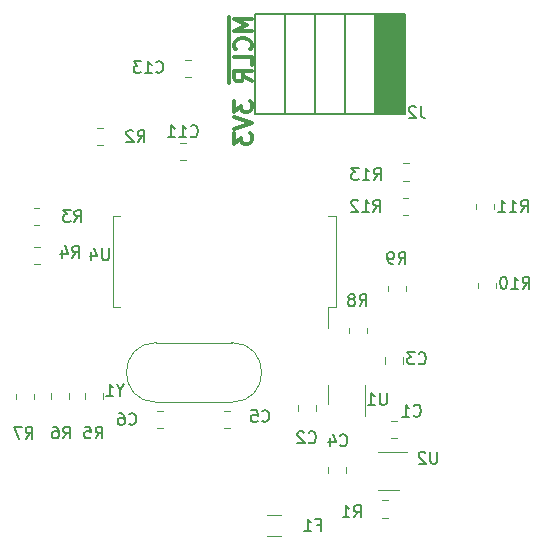
<source format=gbr>
%TF.GenerationSoftware,KiCad,Pcbnew,7.0.8*%
%TF.CreationDate,2024-04-09T20:43:08-04:00*%
%TF.ProjectId,vibBoard,76696242-6f61-4726-942e-6b696361645f,rev?*%
%TF.SameCoordinates,Original*%
%TF.FileFunction,Legend,Bot*%
%TF.FilePolarity,Positive*%
%FSLAX46Y46*%
G04 Gerber Fmt 4.6, Leading zero omitted, Abs format (unit mm)*
G04 Created by KiCad (PCBNEW 7.0.8) date 2024-04-09 20:43:08*
%MOMM*%
%LPD*%
G01*
G04 APERTURE LIST*
%ADD10C,0.300000*%
%ADD11C,0.150000*%
%ADD12C,0.120000*%
G04 APERTURE END LIST*
D10*
X150270428Y-93264510D02*
X148770428Y-93264510D01*
X148770428Y-93264510D02*
X149841857Y-93764510D01*
X149841857Y-93764510D02*
X148770428Y-94264510D01*
X148770428Y-94264510D02*
X150270428Y-94264510D01*
X150127571Y-95835939D02*
X150199000Y-95764511D01*
X150199000Y-95764511D02*
X150270428Y-95550225D01*
X150270428Y-95550225D02*
X150270428Y-95407368D01*
X150270428Y-95407368D02*
X150199000Y-95193082D01*
X150199000Y-95193082D02*
X150056142Y-95050225D01*
X150056142Y-95050225D02*
X149913285Y-94978796D01*
X149913285Y-94978796D02*
X149627571Y-94907368D01*
X149627571Y-94907368D02*
X149413285Y-94907368D01*
X149413285Y-94907368D02*
X149127571Y-94978796D01*
X149127571Y-94978796D02*
X148984714Y-95050225D01*
X148984714Y-95050225D02*
X148841857Y-95193082D01*
X148841857Y-95193082D02*
X148770428Y-95407368D01*
X148770428Y-95407368D02*
X148770428Y-95550225D01*
X148770428Y-95550225D02*
X148841857Y-95764511D01*
X148841857Y-95764511D02*
X148913285Y-95835939D01*
X150270428Y-97193082D02*
X150270428Y-96478796D01*
X150270428Y-96478796D02*
X148770428Y-96478796D01*
X150270428Y-98550225D02*
X149556142Y-98050225D01*
X150270428Y-97693082D02*
X148770428Y-97693082D01*
X148770428Y-97693082D02*
X148770428Y-98264511D01*
X148770428Y-98264511D02*
X148841857Y-98407368D01*
X148841857Y-98407368D02*
X148913285Y-98478797D01*
X148913285Y-98478797D02*
X149056142Y-98550225D01*
X149056142Y-98550225D02*
X149270428Y-98550225D01*
X149270428Y-98550225D02*
X149413285Y-98478797D01*
X149413285Y-98478797D02*
X149484714Y-98407368D01*
X149484714Y-98407368D02*
X149556142Y-98264511D01*
X149556142Y-98264511D02*
X149556142Y-97693082D01*
X148354000Y-93057368D02*
X148354000Y-98685940D01*
X148770428Y-100193082D02*
X148770428Y-101121654D01*
X148770428Y-101121654D02*
X149341857Y-100621654D01*
X149341857Y-100621654D02*
X149341857Y-100835939D01*
X149341857Y-100835939D02*
X149413285Y-100978797D01*
X149413285Y-100978797D02*
X149484714Y-101050225D01*
X149484714Y-101050225D02*
X149627571Y-101121654D01*
X149627571Y-101121654D02*
X149984714Y-101121654D01*
X149984714Y-101121654D02*
X150127571Y-101050225D01*
X150127571Y-101050225D02*
X150199000Y-100978797D01*
X150199000Y-100978797D02*
X150270428Y-100835939D01*
X150270428Y-100835939D02*
X150270428Y-100407368D01*
X150270428Y-100407368D02*
X150199000Y-100264511D01*
X150199000Y-100264511D02*
X150127571Y-100193082D01*
X148770428Y-101550225D02*
X150270428Y-102050225D01*
X150270428Y-102050225D02*
X148770428Y-102550225D01*
X148770428Y-102907367D02*
X148770428Y-103835939D01*
X148770428Y-103835939D02*
X149341857Y-103335939D01*
X149341857Y-103335939D02*
X149341857Y-103550224D01*
X149341857Y-103550224D02*
X149413285Y-103693082D01*
X149413285Y-103693082D02*
X149484714Y-103764510D01*
X149484714Y-103764510D02*
X149627571Y-103835939D01*
X149627571Y-103835939D02*
X149984714Y-103835939D01*
X149984714Y-103835939D02*
X150127571Y-103764510D01*
X150127571Y-103764510D02*
X150199000Y-103693082D01*
X150199000Y-103693082D02*
X150270428Y-103550224D01*
X150270428Y-103550224D02*
X150270428Y-103121653D01*
X150270428Y-103121653D02*
X150199000Y-102978796D01*
X150199000Y-102978796D02*
X150127571Y-102907367D01*
D11*
X164403066Y-122406580D02*
X164450685Y-122454200D01*
X164450685Y-122454200D02*
X164593542Y-122501819D01*
X164593542Y-122501819D02*
X164688780Y-122501819D01*
X164688780Y-122501819D02*
X164831637Y-122454200D01*
X164831637Y-122454200D02*
X164926875Y-122358961D01*
X164926875Y-122358961D02*
X164974494Y-122263723D01*
X164974494Y-122263723D02*
X165022113Y-122073247D01*
X165022113Y-122073247D02*
X165022113Y-121930390D01*
X165022113Y-121930390D02*
X164974494Y-121739914D01*
X164974494Y-121739914D02*
X164926875Y-121644676D01*
X164926875Y-121644676D02*
X164831637Y-121549438D01*
X164831637Y-121549438D02*
X164688780Y-121501819D01*
X164688780Y-121501819D02*
X164593542Y-121501819D01*
X164593542Y-121501819D02*
X164450685Y-121549438D01*
X164450685Y-121549438D02*
X164403066Y-121597057D01*
X164069732Y-121501819D02*
X163450685Y-121501819D01*
X163450685Y-121501819D02*
X163784018Y-121882771D01*
X163784018Y-121882771D02*
X163641161Y-121882771D01*
X163641161Y-121882771D02*
X163545923Y-121930390D01*
X163545923Y-121930390D02*
X163498304Y-121978009D01*
X163498304Y-121978009D02*
X163450685Y-122073247D01*
X163450685Y-122073247D02*
X163450685Y-122311342D01*
X163450685Y-122311342D02*
X163498304Y-122406580D01*
X163498304Y-122406580D02*
X163545923Y-122454200D01*
X163545923Y-122454200D02*
X163641161Y-122501819D01*
X163641161Y-122501819D02*
X163926875Y-122501819D01*
X163926875Y-122501819D02*
X164022113Y-122454200D01*
X164022113Y-122454200D02*
X164069732Y-122406580D01*
X135262666Y-110436819D02*
X135595999Y-109960628D01*
X135834094Y-110436819D02*
X135834094Y-109436819D01*
X135834094Y-109436819D02*
X135453142Y-109436819D01*
X135453142Y-109436819D02*
X135357904Y-109484438D01*
X135357904Y-109484438D02*
X135310285Y-109532057D01*
X135310285Y-109532057D02*
X135262666Y-109627295D01*
X135262666Y-109627295D02*
X135262666Y-109770152D01*
X135262666Y-109770152D02*
X135310285Y-109865390D01*
X135310285Y-109865390D02*
X135357904Y-109913009D01*
X135357904Y-109913009D02*
X135453142Y-109960628D01*
X135453142Y-109960628D02*
X135834094Y-109960628D01*
X134929332Y-109436819D02*
X134310285Y-109436819D01*
X134310285Y-109436819D02*
X134643618Y-109817771D01*
X134643618Y-109817771D02*
X134500761Y-109817771D01*
X134500761Y-109817771D02*
X134405523Y-109865390D01*
X134405523Y-109865390D02*
X134357904Y-109913009D01*
X134357904Y-109913009D02*
X134310285Y-110008247D01*
X134310285Y-110008247D02*
X134310285Y-110246342D01*
X134310285Y-110246342D02*
X134357904Y-110341580D01*
X134357904Y-110341580D02*
X134405523Y-110389200D01*
X134405523Y-110389200D02*
X134500761Y-110436819D01*
X134500761Y-110436819D02*
X134786475Y-110436819D01*
X134786475Y-110436819D02*
X134881713Y-110389200D01*
X134881713Y-110389200D02*
X134929332Y-110341580D01*
X173058057Y-109598619D02*
X173391390Y-109122428D01*
X173629485Y-109598619D02*
X173629485Y-108598619D01*
X173629485Y-108598619D02*
X173248533Y-108598619D01*
X173248533Y-108598619D02*
X173153295Y-108646238D01*
X173153295Y-108646238D02*
X173105676Y-108693857D01*
X173105676Y-108693857D02*
X173058057Y-108789095D01*
X173058057Y-108789095D02*
X173058057Y-108931952D01*
X173058057Y-108931952D02*
X173105676Y-109027190D01*
X173105676Y-109027190D02*
X173153295Y-109074809D01*
X173153295Y-109074809D02*
X173248533Y-109122428D01*
X173248533Y-109122428D02*
X173629485Y-109122428D01*
X172105676Y-109598619D02*
X172677104Y-109598619D01*
X172391390Y-109598619D02*
X172391390Y-108598619D01*
X172391390Y-108598619D02*
X172486628Y-108741476D01*
X172486628Y-108741476D02*
X172581866Y-108836714D01*
X172581866Y-108836714D02*
X172677104Y-108884333D01*
X171153295Y-109598619D02*
X171724723Y-109598619D01*
X171439009Y-109598619D02*
X171439009Y-108598619D01*
X171439009Y-108598619D02*
X171534247Y-108741476D01*
X171534247Y-108741476D02*
X171629485Y-108836714D01*
X171629485Y-108836714D02*
X171724723Y-108884333D01*
X173210457Y-116101019D02*
X173543790Y-115624828D01*
X173781885Y-116101019D02*
X173781885Y-115101019D01*
X173781885Y-115101019D02*
X173400933Y-115101019D01*
X173400933Y-115101019D02*
X173305695Y-115148638D01*
X173305695Y-115148638D02*
X173258076Y-115196257D01*
X173258076Y-115196257D02*
X173210457Y-115291495D01*
X173210457Y-115291495D02*
X173210457Y-115434352D01*
X173210457Y-115434352D02*
X173258076Y-115529590D01*
X173258076Y-115529590D02*
X173305695Y-115577209D01*
X173305695Y-115577209D02*
X173400933Y-115624828D01*
X173400933Y-115624828D02*
X173781885Y-115624828D01*
X172258076Y-116101019D02*
X172829504Y-116101019D01*
X172543790Y-116101019D02*
X172543790Y-115101019D01*
X172543790Y-115101019D02*
X172639028Y-115243876D01*
X172639028Y-115243876D02*
X172734266Y-115339114D01*
X172734266Y-115339114D02*
X172829504Y-115386733D01*
X171639028Y-115101019D02*
X171543790Y-115101019D01*
X171543790Y-115101019D02*
X171448552Y-115148638D01*
X171448552Y-115148638D02*
X171400933Y-115196257D01*
X171400933Y-115196257D02*
X171353314Y-115291495D01*
X171353314Y-115291495D02*
X171305695Y-115481971D01*
X171305695Y-115481971D02*
X171305695Y-115720066D01*
X171305695Y-115720066D02*
X171353314Y-115910542D01*
X171353314Y-115910542D02*
X171400933Y-116005780D01*
X171400933Y-116005780D02*
X171448552Y-116053400D01*
X171448552Y-116053400D02*
X171543790Y-116101019D01*
X171543790Y-116101019D02*
X171639028Y-116101019D01*
X171639028Y-116101019D02*
X171734266Y-116053400D01*
X171734266Y-116053400D02*
X171781885Y-116005780D01*
X171781885Y-116005780D02*
X171829504Y-115910542D01*
X171829504Y-115910542D02*
X171877123Y-115720066D01*
X171877123Y-115720066D02*
X171877123Y-115481971D01*
X171877123Y-115481971D02*
X171829504Y-115291495D01*
X171829504Y-115291495D02*
X171781885Y-115196257D01*
X171781885Y-115196257D02*
X171734266Y-115148638D01*
X171734266Y-115148638D02*
X171639028Y-115101019D01*
X134304066Y-128775619D02*
X134637399Y-128299428D01*
X134875494Y-128775619D02*
X134875494Y-127775619D01*
X134875494Y-127775619D02*
X134494542Y-127775619D01*
X134494542Y-127775619D02*
X134399304Y-127823238D01*
X134399304Y-127823238D02*
X134351685Y-127870857D01*
X134351685Y-127870857D02*
X134304066Y-127966095D01*
X134304066Y-127966095D02*
X134304066Y-128108952D01*
X134304066Y-128108952D02*
X134351685Y-128204190D01*
X134351685Y-128204190D02*
X134399304Y-128251809D01*
X134399304Y-128251809D02*
X134494542Y-128299428D01*
X134494542Y-128299428D02*
X134875494Y-128299428D01*
X133446923Y-127775619D02*
X133637399Y-127775619D01*
X133637399Y-127775619D02*
X133732637Y-127823238D01*
X133732637Y-127823238D02*
X133780256Y-127870857D01*
X133780256Y-127870857D02*
X133875494Y-128013714D01*
X133875494Y-128013714D02*
X133923113Y-128204190D01*
X133923113Y-128204190D02*
X133923113Y-128585142D01*
X133923113Y-128585142D02*
X133875494Y-128680380D01*
X133875494Y-128680380D02*
X133827875Y-128728000D01*
X133827875Y-128728000D02*
X133732637Y-128775619D01*
X133732637Y-128775619D02*
X133542161Y-128775619D01*
X133542161Y-128775619D02*
X133446923Y-128728000D01*
X133446923Y-128728000D02*
X133399304Y-128680380D01*
X133399304Y-128680380D02*
X133351685Y-128585142D01*
X133351685Y-128585142D02*
X133351685Y-128347047D01*
X133351685Y-128347047D02*
X133399304Y-128251809D01*
X133399304Y-128251809D02*
X133446923Y-128204190D01*
X133446923Y-128204190D02*
X133542161Y-128156571D01*
X133542161Y-128156571D02*
X133732637Y-128156571D01*
X133732637Y-128156571D02*
X133827875Y-128204190D01*
X133827875Y-128204190D02*
X133875494Y-128251809D01*
X133875494Y-128251809D02*
X133923113Y-128347047D01*
X139888166Y-127537380D02*
X139935785Y-127585000D01*
X139935785Y-127585000D02*
X140078642Y-127632619D01*
X140078642Y-127632619D02*
X140173880Y-127632619D01*
X140173880Y-127632619D02*
X140316737Y-127585000D01*
X140316737Y-127585000D02*
X140411975Y-127489761D01*
X140411975Y-127489761D02*
X140459594Y-127394523D01*
X140459594Y-127394523D02*
X140507213Y-127204047D01*
X140507213Y-127204047D02*
X140507213Y-127061190D01*
X140507213Y-127061190D02*
X140459594Y-126870714D01*
X140459594Y-126870714D02*
X140411975Y-126775476D01*
X140411975Y-126775476D02*
X140316737Y-126680238D01*
X140316737Y-126680238D02*
X140173880Y-126632619D01*
X140173880Y-126632619D02*
X140078642Y-126632619D01*
X140078642Y-126632619D02*
X139935785Y-126680238D01*
X139935785Y-126680238D02*
X139888166Y-126727857D01*
X139031023Y-126632619D02*
X139221499Y-126632619D01*
X139221499Y-126632619D02*
X139316737Y-126680238D01*
X139316737Y-126680238D02*
X139364356Y-126727857D01*
X139364356Y-126727857D02*
X139459594Y-126870714D01*
X139459594Y-126870714D02*
X139507213Y-127061190D01*
X139507213Y-127061190D02*
X139507213Y-127442142D01*
X139507213Y-127442142D02*
X139459594Y-127537380D01*
X139459594Y-127537380D02*
X139411975Y-127585000D01*
X139411975Y-127585000D02*
X139316737Y-127632619D01*
X139316737Y-127632619D02*
X139126261Y-127632619D01*
X139126261Y-127632619D02*
X139031023Y-127585000D01*
X139031023Y-127585000D02*
X138983404Y-127537380D01*
X138983404Y-127537380D02*
X138935785Y-127442142D01*
X138935785Y-127442142D02*
X138935785Y-127204047D01*
X138935785Y-127204047D02*
X138983404Y-127108809D01*
X138983404Y-127108809D02*
X139031023Y-127061190D01*
X139031023Y-127061190D02*
X139126261Y-127013571D01*
X139126261Y-127013571D02*
X139316737Y-127013571D01*
X139316737Y-127013571D02*
X139411975Y-127061190D01*
X139411975Y-127061190D02*
X139459594Y-127108809D01*
X139459594Y-127108809D02*
X139507213Y-127204047D01*
X155081266Y-129086780D02*
X155128885Y-129134400D01*
X155128885Y-129134400D02*
X155271742Y-129182019D01*
X155271742Y-129182019D02*
X155366980Y-129182019D01*
X155366980Y-129182019D02*
X155509837Y-129134400D01*
X155509837Y-129134400D02*
X155605075Y-129039161D01*
X155605075Y-129039161D02*
X155652694Y-128943923D01*
X155652694Y-128943923D02*
X155700313Y-128753447D01*
X155700313Y-128753447D02*
X155700313Y-128610590D01*
X155700313Y-128610590D02*
X155652694Y-128420114D01*
X155652694Y-128420114D02*
X155605075Y-128324876D01*
X155605075Y-128324876D02*
X155509837Y-128229638D01*
X155509837Y-128229638D02*
X155366980Y-128182019D01*
X155366980Y-128182019D02*
X155271742Y-128182019D01*
X155271742Y-128182019D02*
X155128885Y-128229638D01*
X155128885Y-128229638D02*
X155081266Y-128277257D01*
X154700313Y-128277257D02*
X154652694Y-128229638D01*
X154652694Y-128229638D02*
X154557456Y-128182019D01*
X154557456Y-128182019D02*
X154319361Y-128182019D01*
X154319361Y-128182019D02*
X154224123Y-128229638D01*
X154224123Y-128229638D02*
X154176504Y-128277257D01*
X154176504Y-128277257D02*
X154128885Y-128372495D01*
X154128885Y-128372495D02*
X154128885Y-128467733D01*
X154128885Y-128467733D02*
X154176504Y-128610590D01*
X154176504Y-128610590D02*
X154747932Y-129182019D01*
X154747932Y-129182019D02*
X154128885Y-129182019D01*
X142167757Y-97743180D02*
X142215376Y-97790800D01*
X142215376Y-97790800D02*
X142358233Y-97838419D01*
X142358233Y-97838419D02*
X142453471Y-97838419D01*
X142453471Y-97838419D02*
X142596328Y-97790800D01*
X142596328Y-97790800D02*
X142691566Y-97695561D01*
X142691566Y-97695561D02*
X142739185Y-97600323D01*
X142739185Y-97600323D02*
X142786804Y-97409847D01*
X142786804Y-97409847D02*
X142786804Y-97266990D01*
X142786804Y-97266990D02*
X142739185Y-97076514D01*
X142739185Y-97076514D02*
X142691566Y-96981276D01*
X142691566Y-96981276D02*
X142596328Y-96886038D01*
X142596328Y-96886038D02*
X142453471Y-96838419D01*
X142453471Y-96838419D02*
X142358233Y-96838419D01*
X142358233Y-96838419D02*
X142215376Y-96886038D01*
X142215376Y-96886038D02*
X142167757Y-96933657D01*
X141215376Y-97838419D02*
X141786804Y-97838419D01*
X141501090Y-97838419D02*
X141501090Y-96838419D01*
X141501090Y-96838419D02*
X141596328Y-96981276D01*
X141596328Y-96981276D02*
X141691566Y-97076514D01*
X141691566Y-97076514D02*
X141786804Y-97124133D01*
X140882042Y-96838419D02*
X140262995Y-96838419D01*
X140262995Y-96838419D02*
X140596328Y-97219371D01*
X140596328Y-97219371D02*
X140453471Y-97219371D01*
X140453471Y-97219371D02*
X140358233Y-97266990D01*
X140358233Y-97266990D02*
X140310614Y-97314609D01*
X140310614Y-97314609D02*
X140262995Y-97409847D01*
X140262995Y-97409847D02*
X140262995Y-97647942D01*
X140262995Y-97647942D02*
X140310614Y-97743180D01*
X140310614Y-97743180D02*
X140358233Y-97790800D01*
X140358233Y-97790800D02*
X140453471Y-97838419D01*
X140453471Y-97838419D02*
X140739185Y-97838419D01*
X140739185Y-97838419D02*
X140834423Y-97790800D01*
X140834423Y-97790800D02*
X140882042Y-97743180D01*
X159399266Y-117574219D02*
X159732599Y-117098028D01*
X159970694Y-117574219D02*
X159970694Y-116574219D01*
X159970694Y-116574219D02*
X159589742Y-116574219D01*
X159589742Y-116574219D02*
X159494504Y-116621838D01*
X159494504Y-116621838D02*
X159446885Y-116669457D01*
X159446885Y-116669457D02*
X159399266Y-116764695D01*
X159399266Y-116764695D02*
X159399266Y-116907552D01*
X159399266Y-116907552D02*
X159446885Y-117002790D01*
X159446885Y-117002790D02*
X159494504Y-117050409D01*
X159494504Y-117050409D02*
X159589742Y-117098028D01*
X159589742Y-117098028D02*
X159970694Y-117098028D01*
X158827837Y-117002790D02*
X158923075Y-116955171D01*
X158923075Y-116955171D02*
X158970694Y-116907552D01*
X158970694Y-116907552D02*
X159018313Y-116812314D01*
X159018313Y-116812314D02*
X159018313Y-116764695D01*
X159018313Y-116764695D02*
X158970694Y-116669457D01*
X158970694Y-116669457D02*
X158923075Y-116621838D01*
X158923075Y-116621838D02*
X158827837Y-116574219D01*
X158827837Y-116574219D02*
X158637361Y-116574219D01*
X158637361Y-116574219D02*
X158542123Y-116621838D01*
X158542123Y-116621838D02*
X158494504Y-116669457D01*
X158494504Y-116669457D02*
X158446885Y-116764695D01*
X158446885Y-116764695D02*
X158446885Y-116812314D01*
X158446885Y-116812314D02*
X158494504Y-116907552D01*
X158494504Y-116907552D02*
X158542123Y-116955171D01*
X158542123Y-116955171D02*
X158637361Y-117002790D01*
X158637361Y-117002790D02*
X158827837Y-117002790D01*
X158827837Y-117002790D02*
X158923075Y-117050409D01*
X158923075Y-117050409D02*
X158970694Y-117098028D01*
X158970694Y-117098028D02*
X159018313Y-117193266D01*
X159018313Y-117193266D02*
X159018313Y-117383742D01*
X159018313Y-117383742D02*
X158970694Y-117478980D01*
X158970694Y-117478980D02*
X158923075Y-117526600D01*
X158923075Y-117526600D02*
X158827837Y-117574219D01*
X158827837Y-117574219D02*
X158637361Y-117574219D01*
X158637361Y-117574219D02*
X158542123Y-117526600D01*
X158542123Y-117526600D02*
X158494504Y-117478980D01*
X158494504Y-117478980D02*
X158446885Y-117383742D01*
X158446885Y-117383742D02*
X158446885Y-117193266D01*
X158446885Y-117193266D02*
X158494504Y-117098028D01*
X158494504Y-117098028D02*
X158542123Y-117050409D01*
X158542123Y-117050409D02*
X158637361Y-117002790D01*
X137047266Y-128775619D02*
X137380599Y-128299428D01*
X137618694Y-128775619D02*
X137618694Y-127775619D01*
X137618694Y-127775619D02*
X137237742Y-127775619D01*
X137237742Y-127775619D02*
X137142504Y-127823238D01*
X137142504Y-127823238D02*
X137094885Y-127870857D01*
X137094885Y-127870857D02*
X137047266Y-127966095D01*
X137047266Y-127966095D02*
X137047266Y-128108952D01*
X137047266Y-128108952D02*
X137094885Y-128204190D01*
X137094885Y-128204190D02*
X137142504Y-128251809D01*
X137142504Y-128251809D02*
X137237742Y-128299428D01*
X137237742Y-128299428D02*
X137618694Y-128299428D01*
X136142504Y-127775619D02*
X136618694Y-127775619D01*
X136618694Y-127775619D02*
X136666313Y-128251809D01*
X136666313Y-128251809D02*
X136618694Y-128204190D01*
X136618694Y-128204190D02*
X136523456Y-128156571D01*
X136523456Y-128156571D02*
X136285361Y-128156571D01*
X136285361Y-128156571D02*
X136190123Y-128204190D01*
X136190123Y-128204190D02*
X136142504Y-128251809D01*
X136142504Y-128251809D02*
X136094885Y-128347047D01*
X136094885Y-128347047D02*
X136094885Y-128585142D01*
X136094885Y-128585142D02*
X136142504Y-128680380D01*
X136142504Y-128680380D02*
X136190123Y-128728000D01*
X136190123Y-128728000D02*
X136285361Y-128775619D01*
X136285361Y-128775619D02*
X136523456Y-128775619D01*
X136523456Y-128775619D02*
X136618694Y-128728000D01*
X136618694Y-128728000D02*
X136666313Y-128680380D01*
X162701266Y-113992819D02*
X163034599Y-113516628D01*
X163272694Y-113992819D02*
X163272694Y-112992819D01*
X163272694Y-112992819D02*
X162891742Y-112992819D01*
X162891742Y-112992819D02*
X162796504Y-113040438D01*
X162796504Y-113040438D02*
X162748885Y-113088057D01*
X162748885Y-113088057D02*
X162701266Y-113183295D01*
X162701266Y-113183295D02*
X162701266Y-113326152D01*
X162701266Y-113326152D02*
X162748885Y-113421390D01*
X162748885Y-113421390D02*
X162796504Y-113469009D01*
X162796504Y-113469009D02*
X162891742Y-113516628D01*
X162891742Y-113516628D02*
X163272694Y-113516628D01*
X162225075Y-113992819D02*
X162034599Y-113992819D01*
X162034599Y-113992819D02*
X161939361Y-113945200D01*
X161939361Y-113945200D02*
X161891742Y-113897580D01*
X161891742Y-113897580D02*
X161796504Y-113754723D01*
X161796504Y-113754723D02*
X161748885Y-113564247D01*
X161748885Y-113564247D02*
X161748885Y-113183295D01*
X161748885Y-113183295D02*
X161796504Y-113088057D01*
X161796504Y-113088057D02*
X161844123Y-113040438D01*
X161844123Y-113040438D02*
X161939361Y-112992819D01*
X161939361Y-112992819D02*
X162129837Y-112992819D01*
X162129837Y-112992819D02*
X162225075Y-113040438D01*
X162225075Y-113040438D02*
X162272694Y-113088057D01*
X162272694Y-113088057D02*
X162320313Y-113183295D01*
X162320313Y-113183295D02*
X162320313Y-113421390D01*
X162320313Y-113421390D02*
X162272694Y-113516628D01*
X162272694Y-113516628D02*
X162225075Y-113564247D01*
X162225075Y-113564247D02*
X162129837Y-113611866D01*
X162129837Y-113611866D02*
X161939361Y-113611866D01*
X161939361Y-113611866D02*
X161844123Y-113564247D01*
X161844123Y-113564247D02*
X161796504Y-113516628D01*
X161796504Y-113516628D02*
X161748885Y-113421390D01*
X160580057Y-109573219D02*
X160913390Y-109097028D01*
X161151485Y-109573219D02*
X161151485Y-108573219D01*
X161151485Y-108573219D02*
X160770533Y-108573219D01*
X160770533Y-108573219D02*
X160675295Y-108620838D01*
X160675295Y-108620838D02*
X160627676Y-108668457D01*
X160627676Y-108668457D02*
X160580057Y-108763695D01*
X160580057Y-108763695D02*
X160580057Y-108906552D01*
X160580057Y-108906552D02*
X160627676Y-109001790D01*
X160627676Y-109001790D02*
X160675295Y-109049409D01*
X160675295Y-109049409D02*
X160770533Y-109097028D01*
X160770533Y-109097028D02*
X161151485Y-109097028D01*
X159627676Y-109573219D02*
X160199104Y-109573219D01*
X159913390Y-109573219D02*
X159913390Y-108573219D01*
X159913390Y-108573219D02*
X160008628Y-108716076D01*
X160008628Y-108716076D02*
X160103866Y-108811314D01*
X160103866Y-108811314D02*
X160199104Y-108858933D01*
X159246723Y-108668457D02*
X159199104Y-108620838D01*
X159199104Y-108620838D02*
X159103866Y-108573219D01*
X159103866Y-108573219D02*
X158865771Y-108573219D01*
X158865771Y-108573219D02*
X158770533Y-108620838D01*
X158770533Y-108620838D02*
X158722914Y-108668457D01*
X158722914Y-108668457D02*
X158675295Y-108763695D01*
X158675295Y-108763695D02*
X158675295Y-108858933D01*
X158675295Y-108858933D02*
X158722914Y-109001790D01*
X158722914Y-109001790D02*
X159294342Y-109573219D01*
X159294342Y-109573219D02*
X158675295Y-109573219D01*
X140612666Y-103680419D02*
X140945999Y-103204228D01*
X141184094Y-103680419D02*
X141184094Y-102680419D01*
X141184094Y-102680419D02*
X140803142Y-102680419D01*
X140803142Y-102680419D02*
X140707904Y-102728038D01*
X140707904Y-102728038D02*
X140660285Y-102775657D01*
X140660285Y-102775657D02*
X140612666Y-102870895D01*
X140612666Y-102870895D02*
X140612666Y-103013752D01*
X140612666Y-103013752D02*
X140660285Y-103108990D01*
X140660285Y-103108990D02*
X140707904Y-103156609D01*
X140707904Y-103156609D02*
X140803142Y-103204228D01*
X140803142Y-103204228D02*
X141184094Y-103204228D01*
X140231713Y-102775657D02*
X140184094Y-102728038D01*
X140184094Y-102728038D02*
X140088856Y-102680419D01*
X140088856Y-102680419D02*
X139850761Y-102680419D01*
X139850761Y-102680419D02*
X139755523Y-102728038D01*
X139755523Y-102728038D02*
X139707904Y-102775657D01*
X139707904Y-102775657D02*
X139660285Y-102870895D01*
X139660285Y-102870895D02*
X139660285Y-102966133D01*
X139660285Y-102966133D02*
X139707904Y-103108990D01*
X139707904Y-103108990D02*
X140279332Y-103680419D01*
X140279332Y-103680419D02*
X139660285Y-103680419D01*
X165963504Y-129909219D02*
X165963504Y-130718742D01*
X165963504Y-130718742D02*
X165915885Y-130813980D01*
X165915885Y-130813980D02*
X165868266Y-130861600D01*
X165868266Y-130861600D02*
X165773028Y-130909219D01*
X165773028Y-130909219D02*
X165582552Y-130909219D01*
X165582552Y-130909219D02*
X165487314Y-130861600D01*
X165487314Y-130861600D02*
X165439695Y-130813980D01*
X165439695Y-130813980D02*
X165392076Y-130718742D01*
X165392076Y-130718742D02*
X165392076Y-129909219D01*
X164963504Y-130004457D02*
X164915885Y-129956838D01*
X164915885Y-129956838D02*
X164820647Y-129909219D01*
X164820647Y-129909219D02*
X164582552Y-129909219D01*
X164582552Y-129909219D02*
X164487314Y-129956838D01*
X164487314Y-129956838D02*
X164439695Y-130004457D01*
X164439695Y-130004457D02*
X164392076Y-130099695D01*
X164392076Y-130099695D02*
X164392076Y-130194933D01*
X164392076Y-130194933D02*
X164439695Y-130337790D01*
X164439695Y-130337790D02*
X165011123Y-130909219D01*
X165011123Y-130909219D02*
X164392076Y-130909219D01*
X145096557Y-103175180D02*
X145144176Y-103222800D01*
X145144176Y-103222800D02*
X145287033Y-103270419D01*
X145287033Y-103270419D02*
X145382271Y-103270419D01*
X145382271Y-103270419D02*
X145525128Y-103222800D01*
X145525128Y-103222800D02*
X145620366Y-103127561D01*
X145620366Y-103127561D02*
X145667985Y-103032323D01*
X145667985Y-103032323D02*
X145715604Y-102841847D01*
X145715604Y-102841847D02*
X145715604Y-102698990D01*
X145715604Y-102698990D02*
X145667985Y-102508514D01*
X145667985Y-102508514D02*
X145620366Y-102413276D01*
X145620366Y-102413276D02*
X145525128Y-102318038D01*
X145525128Y-102318038D02*
X145382271Y-102270419D01*
X145382271Y-102270419D02*
X145287033Y-102270419D01*
X145287033Y-102270419D02*
X145144176Y-102318038D01*
X145144176Y-102318038D02*
X145096557Y-102365657D01*
X144144176Y-103270419D02*
X144715604Y-103270419D01*
X144429890Y-103270419D02*
X144429890Y-102270419D01*
X144429890Y-102270419D02*
X144525128Y-102413276D01*
X144525128Y-102413276D02*
X144620366Y-102508514D01*
X144620366Y-102508514D02*
X144715604Y-102556133D01*
X143191795Y-103270419D02*
X143763223Y-103270419D01*
X143477509Y-103270419D02*
X143477509Y-102270419D01*
X143477509Y-102270419D02*
X143572747Y-102413276D01*
X143572747Y-102413276D02*
X143667985Y-102508514D01*
X143667985Y-102508514D02*
X143763223Y-102556133D01*
X160612057Y-106880819D02*
X160945390Y-106404628D01*
X161183485Y-106880819D02*
X161183485Y-105880819D01*
X161183485Y-105880819D02*
X160802533Y-105880819D01*
X160802533Y-105880819D02*
X160707295Y-105928438D01*
X160707295Y-105928438D02*
X160659676Y-105976057D01*
X160659676Y-105976057D02*
X160612057Y-106071295D01*
X160612057Y-106071295D02*
X160612057Y-106214152D01*
X160612057Y-106214152D02*
X160659676Y-106309390D01*
X160659676Y-106309390D02*
X160707295Y-106357009D01*
X160707295Y-106357009D02*
X160802533Y-106404628D01*
X160802533Y-106404628D02*
X161183485Y-106404628D01*
X159659676Y-106880819D02*
X160231104Y-106880819D01*
X159945390Y-106880819D02*
X159945390Y-105880819D01*
X159945390Y-105880819D02*
X160040628Y-106023676D01*
X160040628Y-106023676D02*
X160135866Y-106118914D01*
X160135866Y-106118914D02*
X160231104Y-106166533D01*
X159326342Y-105880819D02*
X158707295Y-105880819D01*
X158707295Y-105880819D02*
X159040628Y-106261771D01*
X159040628Y-106261771D02*
X158897771Y-106261771D01*
X158897771Y-106261771D02*
X158802533Y-106309390D01*
X158802533Y-106309390D02*
X158754914Y-106357009D01*
X158754914Y-106357009D02*
X158707295Y-106452247D01*
X158707295Y-106452247D02*
X158707295Y-106690342D01*
X158707295Y-106690342D02*
X158754914Y-106785580D01*
X158754914Y-106785580D02*
X158802533Y-106833200D01*
X158802533Y-106833200D02*
X158897771Y-106880819D01*
X158897771Y-106880819D02*
X159183485Y-106880819D01*
X159183485Y-106880819D02*
X159278723Y-106833200D01*
X159278723Y-106833200D02*
X159326342Y-106785580D01*
X155781333Y-136075009D02*
X156114666Y-136075009D01*
X156114666Y-136598819D02*
X156114666Y-135598819D01*
X156114666Y-135598819D02*
X155638476Y-135598819D01*
X154733714Y-136598819D02*
X155305142Y-136598819D01*
X155019428Y-136598819D02*
X155019428Y-135598819D01*
X155019428Y-135598819D02*
X155114666Y-135741676D01*
X155114666Y-135741676D02*
X155209904Y-135836914D01*
X155209904Y-135836914D02*
X155305142Y-135884533D01*
X138175904Y-112686819D02*
X138175904Y-113496342D01*
X138175904Y-113496342D02*
X138128285Y-113591580D01*
X138128285Y-113591580D02*
X138080666Y-113639200D01*
X138080666Y-113639200D02*
X137985428Y-113686819D01*
X137985428Y-113686819D02*
X137794952Y-113686819D01*
X137794952Y-113686819D02*
X137699714Y-113639200D01*
X137699714Y-113639200D02*
X137652095Y-113591580D01*
X137652095Y-113591580D02*
X137604476Y-113496342D01*
X137604476Y-113496342D02*
X137604476Y-112686819D01*
X136699714Y-113020152D02*
X136699714Y-113686819D01*
X136937809Y-112639200D02*
X137175904Y-113353485D01*
X137175904Y-113353485D02*
X136556857Y-113353485D01*
X135056666Y-113484819D02*
X135389999Y-113008628D01*
X135628094Y-113484819D02*
X135628094Y-112484819D01*
X135628094Y-112484819D02*
X135247142Y-112484819D01*
X135247142Y-112484819D02*
X135151904Y-112532438D01*
X135151904Y-112532438D02*
X135104285Y-112580057D01*
X135104285Y-112580057D02*
X135056666Y-112675295D01*
X135056666Y-112675295D02*
X135056666Y-112818152D01*
X135056666Y-112818152D02*
X135104285Y-112913390D01*
X135104285Y-112913390D02*
X135151904Y-112961009D01*
X135151904Y-112961009D02*
X135247142Y-113008628D01*
X135247142Y-113008628D02*
X135628094Y-113008628D01*
X134199523Y-112818152D02*
X134199523Y-113484819D01*
X134437618Y-112437200D02*
X134675713Y-113151485D01*
X134675713Y-113151485D02*
X134056666Y-113151485D01*
X158916666Y-135450819D02*
X159249999Y-134974628D01*
X159488094Y-135450819D02*
X159488094Y-134450819D01*
X159488094Y-134450819D02*
X159107142Y-134450819D01*
X159107142Y-134450819D02*
X159011904Y-134498438D01*
X159011904Y-134498438D02*
X158964285Y-134546057D01*
X158964285Y-134546057D02*
X158916666Y-134641295D01*
X158916666Y-134641295D02*
X158916666Y-134784152D01*
X158916666Y-134784152D02*
X158964285Y-134879390D01*
X158964285Y-134879390D02*
X159011904Y-134927009D01*
X159011904Y-134927009D02*
X159107142Y-134974628D01*
X159107142Y-134974628D02*
X159488094Y-134974628D01*
X157964285Y-135450819D02*
X158535713Y-135450819D01*
X158249999Y-135450819D02*
X158249999Y-134450819D01*
X158249999Y-134450819D02*
X158345237Y-134593676D01*
X158345237Y-134593676D02*
X158440475Y-134688914D01*
X158440475Y-134688914D02*
X158535713Y-134736533D01*
X163971266Y-126826180D02*
X164018885Y-126873800D01*
X164018885Y-126873800D02*
X164161742Y-126921419D01*
X164161742Y-126921419D02*
X164256980Y-126921419D01*
X164256980Y-126921419D02*
X164399837Y-126873800D01*
X164399837Y-126873800D02*
X164495075Y-126778561D01*
X164495075Y-126778561D02*
X164542694Y-126683323D01*
X164542694Y-126683323D02*
X164590313Y-126492847D01*
X164590313Y-126492847D02*
X164590313Y-126349990D01*
X164590313Y-126349990D02*
X164542694Y-126159514D01*
X164542694Y-126159514D02*
X164495075Y-126064276D01*
X164495075Y-126064276D02*
X164399837Y-125969038D01*
X164399837Y-125969038D02*
X164256980Y-125921419D01*
X164256980Y-125921419D02*
X164161742Y-125921419D01*
X164161742Y-125921419D02*
X164018885Y-125969038D01*
X164018885Y-125969038D02*
X163971266Y-126016657D01*
X163018885Y-126921419D02*
X163590313Y-126921419D01*
X163304599Y-126921419D02*
X163304599Y-125921419D01*
X163304599Y-125921419D02*
X163399837Y-126064276D01*
X163399837Y-126064276D02*
X163495075Y-126159514D01*
X163495075Y-126159514D02*
X163590313Y-126207133D01*
X131129066Y-128801019D02*
X131462399Y-128324828D01*
X131700494Y-128801019D02*
X131700494Y-127801019D01*
X131700494Y-127801019D02*
X131319542Y-127801019D01*
X131319542Y-127801019D02*
X131224304Y-127848638D01*
X131224304Y-127848638D02*
X131176685Y-127896257D01*
X131176685Y-127896257D02*
X131129066Y-127991495D01*
X131129066Y-127991495D02*
X131129066Y-128134352D01*
X131129066Y-128134352D02*
X131176685Y-128229590D01*
X131176685Y-128229590D02*
X131224304Y-128277209D01*
X131224304Y-128277209D02*
X131319542Y-128324828D01*
X131319542Y-128324828D02*
X131700494Y-128324828D01*
X130795732Y-127801019D02*
X130129066Y-127801019D01*
X130129066Y-127801019D02*
X130557637Y-128801019D01*
X161696304Y-124930819D02*
X161696304Y-125740342D01*
X161696304Y-125740342D02*
X161648685Y-125835580D01*
X161648685Y-125835580D02*
X161601066Y-125883200D01*
X161601066Y-125883200D02*
X161505828Y-125930819D01*
X161505828Y-125930819D02*
X161315352Y-125930819D01*
X161315352Y-125930819D02*
X161220114Y-125883200D01*
X161220114Y-125883200D02*
X161172495Y-125835580D01*
X161172495Y-125835580D02*
X161124876Y-125740342D01*
X161124876Y-125740342D02*
X161124876Y-124930819D01*
X160124876Y-125930819D02*
X160696304Y-125930819D01*
X160410590Y-125930819D02*
X160410590Y-124930819D01*
X160410590Y-124930819D02*
X160505828Y-125073676D01*
X160505828Y-125073676D02*
X160601066Y-125168914D01*
X160601066Y-125168914D02*
X160696304Y-125216533D01*
X151144266Y-127283380D02*
X151191885Y-127331000D01*
X151191885Y-127331000D02*
X151334742Y-127378619D01*
X151334742Y-127378619D02*
X151429980Y-127378619D01*
X151429980Y-127378619D02*
X151572837Y-127331000D01*
X151572837Y-127331000D02*
X151668075Y-127235761D01*
X151668075Y-127235761D02*
X151715694Y-127140523D01*
X151715694Y-127140523D02*
X151763313Y-126950047D01*
X151763313Y-126950047D02*
X151763313Y-126807190D01*
X151763313Y-126807190D02*
X151715694Y-126616714D01*
X151715694Y-126616714D02*
X151668075Y-126521476D01*
X151668075Y-126521476D02*
X151572837Y-126426238D01*
X151572837Y-126426238D02*
X151429980Y-126378619D01*
X151429980Y-126378619D02*
X151334742Y-126378619D01*
X151334742Y-126378619D02*
X151191885Y-126426238D01*
X151191885Y-126426238D02*
X151144266Y-126473857D01*
X150239504Y-126378619D02*
X150715694Y-126378619D01*
X150715694Y-126378619D02*
X150763313Y-126854809D01*
X150763313Y-126854809D02*
X150715694Y-126807190D01*
X150715694Y-126807190D02*
X150620456Y-126759571D01*
X150620456Y-126759571D02*
X150382361Y-126759571D01*
X150382361Y-126759571D02*
X150287123Y-126807190D01*
X150287123Y-126807190D02*
X150239504Y-126854809D01*
X150239504Y-126854809D02*
X150191885Y-126950047D01*
X150191885Y-126950047D02*
X150191885Y-127188142D01*
X150191885Y-127188142D02*
X150239504Y-127283380D01*
X150239504Y-127283380D02*
X150287123Y-127331000D01*
X150287123Y-127331000D02*
X150382361Y-127378619D01*
X150382361Y-127378619D02*
X150620456Y-127378619D01*
X150620456Y-127378619D02*
X150715694Y-127331000D01*
X150715694Y-127331000D02*
X150763313Y-127283380D01*
X157748266Y-129340780D02*
X157795885Y-129388400D01*
X157795885Y-129388400D02*
X157938742Y-129436019D01*
X157938742Y-129436019D02*
X158033980Y-129436019D01*
X158033980Y-129436019D02*
X158176837Y-129388400D01*
X158176837Y-129388400D02*
X158272075Y-129293161D01*
X158272075Y-129293161D02*
X158319694Y-129197923D01*
X158319694Y-129197923D02*
X158367313Y-129007447D01*
X158367313Y-129007447D02*
X158367313Y-128864590D01*
X158367313Y-128864590D02*
X158319694Y-128674114D01*
X158319694Y-128674114D02*
X158272075Y-128578876D01*
X158272075Y-128578876D02*
X158176837Y-128483638D01*
X158176837Y-128483638D02*
X158033980Y-128436019D01*
X158033980Y-128436019D02*
X157938742Y-128436019D01*
X157938742Y-128436019D02*
X157795885Y-128483638D01*
X157795885Y-128483638D02*
X157748266Y-128531257D01*
X156891123Y-128769352D02*
X156891123Y-129436019D01*
X157129218Y-128388400D02*
X157367313Y-129102685D01*
X157367313Y-129102685D02*
X156748266Y-129102685D01*
X139160190Y-124692628D02*
X139160190Y-125168819D01*
X139493523Y-124168819D02*
X139160190Y-124692628D01*
X139160190Y-124692628D02*
X138826857Y-124168819D01*
X137969714Y-125168819D02*
X138541142Y-125168819D01*
X138255428Y-125168819D02*
X138255428Y-124168819D01*
X138255428Y-124168819D02*
X138350666Y-124311676D01*
X138350666Y-124311676D02*
X138445904Y-124406914D01*
X138445904Y-124406914D02*
X138541142Y-124454533D01*
X164569733Y-100648419D02*
X164569733Y-101362704D01*
X164569733Y-101362704D02*
X164617352Y-101505561D01*
X164617352Y-101505561D02*
X164712590Y-101600800D01*
X164712590Y-101600800D02*
X164855447Y-101648419D01*
X164855447Y-101648419D02*
X164950685Y-101648419D01*
X164141161Y-100743657D02*
X164093542Y-100696038D01*
X164093542Y-100696038D02*
X163998304Y-100648419D01*
X163998304Y-100648419D02*
X163760209Y-100648419D01*
X163760209Y-100648419D02*
X163664971Y-100696038D01*
X163664971Y-100696038D02*
X163617352Y-100743657D01*
X163617352Y-100743657D02*
X163569733Y-100838895D01*
X163569733Y-100838895D02*
X163569733Y-100934133D01*
X163569733Y-100934133D02*
X163617352Y-101076990D01*
X163617352Y-101076990D02*
X164188780Y-101648419D01*
X164188780Y-101648419D02*
X163569733Y-101648419D01*
D12*
%TO.C,C3*%
X161571000Y-122435252D02*
X161571000Y-121912748D01*
X163041000Y-122435252D02*
X163041000Y-121912748D01*
%TO.C,R3*%
X132291064Y-110717000D02*
X131836936Y-110717000D01*
X132291064Y-109247000D02*
X131836936Y-109247000D01*
%TO.C,R11*%
X169292600Y-109380264D02*
X169292600Y-108926136D01*
X170762600Y-109380264D02*
X170762600Y-108926136D01*
%TO.C,R10*%
X169445000Y-116051064D02*
X169445000Y-115596936D01*
X170915000Y-116051064D02*
X170915000Y-115596936D01*
%TO.C,R6*%
X134759000Y-124958436D02*
X134759000Y-125412564D01*
X133289000Y-124958436D02*
X133289000Y-125412564D01*
%TO.C,C6*%
X142755252Y-127912800D02*
X142232748Y-127912800D01*
X142755252Y-126442800D02*
X142232748Y-126442800D01*
%TO.C,C2*%
X155675000Y-125955248D02*
X155675000Y-126477752D01*
X154205000Y-125955248D02*
X154205000Y-126477752D01*
%TO.C,C13*%
X144616448Y-96699400D02*
X145138952Y-96699400D01*
X144616448Y-98169400D02*
X145138952Y-98169400D01*
%TO.C,R8*%
X158523000Y-119845064D02*
X158523000Y-119390936D01*
X159993000Y-119845064D02*
X159993000Y-119390936D01*
%TO.C,R5*%
X137641000Y-124958436D02*
X137641000Y-125412564D01*
X136171000Y-124958436D02*
X136171000Y-125412564D01*
%TO.C,R9*%
X161825000Y-116321064D02*
X161825000Y-115866936D01*
X163295000Y-116321064D02*
X163295000Y-115866936D01*
%TO.C,R12*%
X163533064Y-109853400D02*
X163078936Y-109853400D01*
X163533064Y-108383400D02*
X163078936Y-108383400D01*
%TO.C,R2*%
X137641064Y-103960600D02*
X137186936Y-103960600D01*
X137641064Y-102490600D02*
X137186936Y-102490600D01*
%TO.C,U2*%
X162745000Y-133116000D02*
X160945000Y-133116000D01*
X160945000Y-129896000D02*
X163395000Y-129896000D01*
%TO.C,C11*%
X144714952Y-105230600D02*
X144192448Y-105230600D01*
X144714952Y-103760600D02*
X144192448Y-103760600D01*
%TO.C,R13*%
X163094936Y-105487800D02*
X163549064Y-105487800D01*
X163094936Y-106957800D02*
X163549064Y-106957800D01*
%TO.C,F1*%
X151543936Y-135234000D02*
X152748064Y-135234000D01*
X151543936Y-137054000D02*
X152748064Y-137054000D01*
%TO.C,U4*%
X138495000Y-117626000D02*
X139140000Y-117626000D01*
X156770000Y-117626000D02*
X156770000Y-119466000D01*
X157415000Y-117626000D02*
X156770000Y-117626000D01*
X138495000Y-113766000D02*
X138495000Y-117626000D01*
X138495000Y-113766000D02*
X138495000Y-109906000D01*
X157415000Y-113766000D02*
X157415000Y-117626000D01*
X157415000Y-113766000D02*
X157415000Y-109906000D01*
X138495000Y-109906000D02*
X139140000Y-109906000D01*
X157415000Y-109906000D02*
X156770000Y-109906000D01*
%TO.C,R4*%
X132323064Y-114019000D02*
X131868936Y-114019000D01*
X132323064Y-112549000D02*
X131868936Y-112549000D01*
%TO.C,R1*%
X161332936Y-134007000D02*
X161787064Y-134007000D01*
X161332936Y-135477000D02*
X161787064Y-135477000D01*
%TO.C,C1*%
X162044748Y-127281000D02*
X162567252Y-127281000D01*
X162044748Y-128751000D02*
X162567252Y-128751000D01*
%TO.C,R7*%
X131799000Y-124978936D02*
X131799000Y-125433064D01*
X130329000Y-124978936D02*
X130329000Y-125433064D01*
%TO.C,U1*%
X156748000Y-125089500D02*
X156748000Y-125889500D01*
X156748000Y-125089500D02*
X156748000Y-124289500D01*
X159868000Y-125089500D02*
X159868000Y-126889500D01*
X159868000Y-125089500D02*
X159868000Y-124289500D01*
%TO.C,C5*%
X147943848Y-126442800D02*
X148466352Y-126442800D01*
X147943848Y-127912800D02*
X148466352Y-127912800D01*
%TO.C,C4*%
X158215000Y-131183748D02*
X158215000Y-131706252D01*
X156745000Y-131183748D02*
X156745000Y-131706252D01*
%TO.C,Y1*%
X148588000Y-125715000D02*
X142188000Y-125715000D01*
X148588000Y-120665000D02*
X142188000Y-120665000D01*
X148588000Y-125715000D02*
G75*
G03*
X148588000Y-120665000I0J2525000D01*
G01*
X142188000Y-120665000D02*
G75*
G03*
X142188000Y-125715000I0J-2525000D01*
G01*
D11*
%TO.C,J2*%
X163220400Y-101333600D02*
X163220400Y-92833600D01*
X163220400Y-101333600D02*
X150520400Y-101333600D01*
X163220400Y-92833600D02*
X150520400Y-92833600D01*
X160680400Y-101333600D02*
X160680400Y-92833600D01*
X158140400Y-101333600D02*
X158140400Y-92833600D01*
X155600400Y-101333600D02*
X155600400Y-92833600D01*
X153060400Y-101333600D02*
X153060400Y-92833600D01*
X150520400Y-101333600D02*
X150520400Y-92833600D01*
X163169600Y-101269800D02*
X160731200Y-101269800D01*
X160731200Y-92887800D01*
X163169600Y-92887800D01*
X163169600Y-101269800D01*
G36*
X163169600Y-101269800D02*
G01*
X160731200Y-101269800D01*
X160731200Y-92887800D01*
X163169600Y-92887800D01*
X163169600Y-101269800D01*
G37*
%TD*%
M02*

</source>
